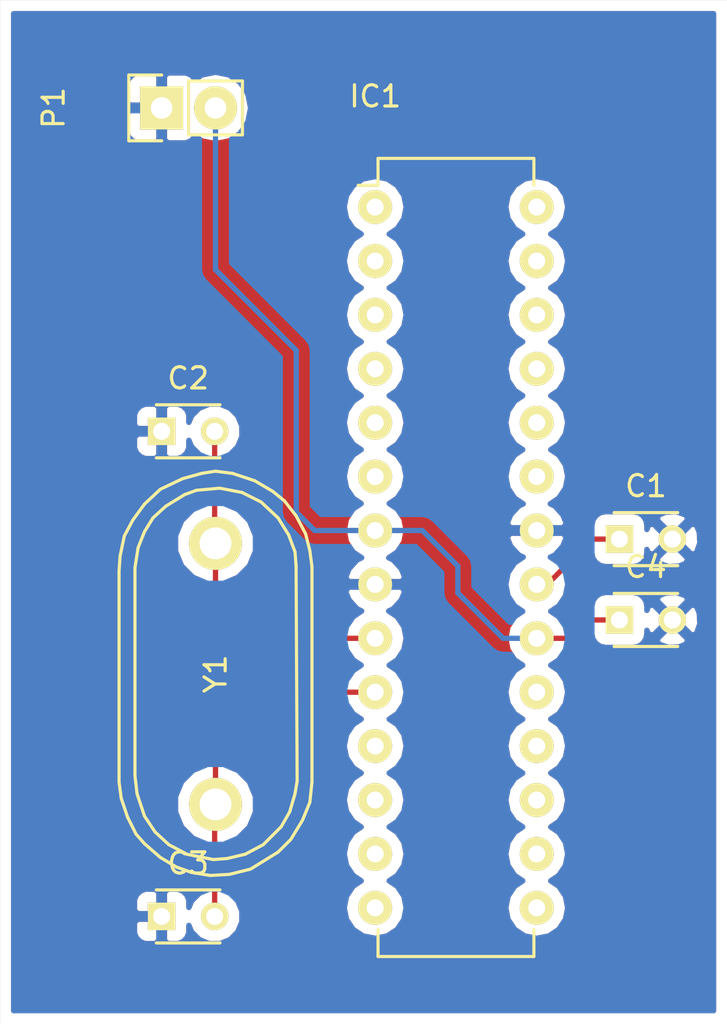
<source format=kicad_pcb>
(kicad_pcb (version 4) (host pcbnew 4.0.4-stable)

  (general
    (links 14)
    (no_connects 0)
    (area 0 0 0 0)
    (thickness 1.6)
    (drawings 4)
    (tracks 26)
    (zones 0)
    (modules 7)
    (nets 27)
  )

  (page A4)
  (layers
    (0 F.Cu signal hide)
    (31 B.Cu signal)
    (32 B.Adhes user)
    (33 F.Adhes user)
    (34 B.Paste user)
    (35 F.Paste user)
    (36 B.SilkS user)
    (37 F.SilkS user)
    (38 B.Mask user)
    (39 F.Mask user)
    (40 Dwgs.User user)
    (41 Cmts.User user)
    (42 Eco1.User user)
    (43 Eco2.User user)
    (44 Edge.Cuts user)
    (45 Margin user)
    (46 B.CrtYd user)
    (47 F.CrtYd user)
    (48 B.Fab user)
    (49 F.Fab user)
  )

  (setup
    (last_trace_width 0.25)
    (trace_clearance 0.2)
    (zone_clearance 0.508)
    (zone_45_only no)
    (trace_min 0.2)
    (segment_width 0.2)
    (edge_width 0.01)
    (via_size 0.6)
    (via_drill 0.4)
    (via_min_size 0.4)
    (via_min_drill 0.3)
    (uvia_size 0.3)
    (uvia_drill 0.1)
    (uvias_allowed no)
    (uvia_min_size 0.2)
    (uvia_min_drill 0.1)
    (pcb_text_width 0.3)
    (pcb_text_size 1.5 1.5)
    (mod_edge_width 0.15)
    (mod_text_size 1 1)
    (mod_text_width 0.15)
    (pad_size 1.524 1.524)
    (pad_drill 0.762)
    (pad_to_mask_clearance 0.2)
    (aux_axis_origin 0 0)
    (visible_elements FFFFFF7F)
    (pcbplotparams
      (layerselection 0x00030_80000001)
      (usegerberextensions false)
      (excludeedgelayer true)
      (linewidth 0.100000)
      (plotframeref false)
      (viasonmask false)
      (mode 1)
      (useauxorigin false)
      (hpglpennumber 1)
      (hpglpenspeed 20)
      (hpglpendiameter 15)
      (hpglpenoverlay 2)
      (psnegative false)
      (psa4output false)
      (plotreference true)
      (plotvalue true)
      (plotinvisibletext false)
      (padsonsilk false)
      (subtractmaskfromsilk false)
      (outputformat 1)
      (mirror false)
      (drillshape 1)
      (scaleselection 1)
      (outputdirectory ""))
  )

  (net 0 "")
  (net 1 "Net-(C1-Pad1)")
  (net 2 GND)
  (net 3 "Net-(C2-Pad2)")
  (net 4 "Net-(C3-Pad2)")
  (net 5 +5V)
  (net 6 "Net-(IC1-Pad1)")
  (net 7 "Net-(IC1-Pad2)")
  (net 8 "Net-(IC1-Pad3)")
  (net 9 "Net-(IC1-Pad4)")
  (net 10 "Net-(IC1-Pad5)")
  (net 11 "Net-(IC1-Pad6)")
  (net 12 "Net-(IC1-Pad11)")
  (net 13 "Net-(IC1-Pad12)")
  (net 14 "Net-(IC1-Pad13)")
  (net 15 "Net-(IC1-Pad14)")
  (net 16 "Net-(IC1-Pad15)")
  (net 17 "Net-(IC1-Pad16)")
  (net 18 "Net-(IC1-Pad17)")
  (net 19 "Net-(IC1-Pad18)")
  (net 20 "Net-(IC1-Pad19)")
  (net 21 "Net-(IC1-Pad23)")
  (net 22 "Net-(IC1-Pad24)")
  (net 23 "Net-(IC1-Pad25)")
  (net 24 "Net-(IC1-Pad26)")
  (net 25 "Net-(IC1-Pad27)")
  (net 26 "Net-(IC1-Pad28)")

  (net_class Default "This is the default net class."
    (clearance 0.2)
    (trace_width 0.25)
    (via_dia 0.6)
    (via_drill 0.4)
    (uvia_dia 0.3)
    (uvia_drill 0.1)
    (add_net +5V)
    (add_net GND)
    (add_net "Net-(C1-Pad1)")
    (add_net "Net-(C2-Pad2)")
    (add_net "Net-(C3-Pad2)")
    (add_net "Net-(IC1-Pad1)")
    (add_net "Net-(IC1-Pad11)")
    (add_net "Net-(IC1-Pad12)")
    (add_net "Net-(IC1-Pad13)")
    (add_net "Net-(IC1-Pad14)")
    (add_net "Net-(IC1-Pad15)")
    (add_net "Net-(IC1-Pad16)")
    (add_net "Net-(IC1-Pad17)")
    (add_net "Net-(IC1-Pad18)")
    (add_net "Net-(IC1-Pad19)")
    (add_net "Net-(IC1-Pad2)")
    (add_net "Net-(IC1-Pad23)")
    (add_net "Net-(IC1-Pad24)")
    (add_net "Net-(IC1-Pad25)")
    (add_net "Net-(IC1-Pad26)")
    (add_net "Net-(IC1-Pad27)")
    (add_net "Net-(IC1-Pad28)")
    (add_net "Net-(IC1-Pad3)")
    (add_net "Net-(IC1-Pad4)")
    (add_net "Net-(IC1-Pad5)")
    (add_net "Net-(IC1-Pad6)")
  )

  (module Capacitors_ThroughHole:C_Disc_D3_P2.5 (layer F.Cu) (tedit 0) (tstamp 57FEB0A9)
    (at 187.96 104.14)
    (descr "Capacitor 3mm Disc, Pitch 2.5mm")
    (tags Capacitor)
    (path /57FEAB19)
    (fp_text reference C1 (at 1.25 -2.5) (layer F.SilkS)
      (effects (font (size 1 1) (thickness 0.15)))
    )
    (fp_text value 100n (at 1.25 2.5) (layer F.Fab)
      (effects (font (size 1 1) (thickness 0.15)))
    )
    (fp_line (start -0.9 -1.5) (end 3.4 -1.5) (layer F.CrtYd) (width 0.05))
    (fp_line (start 3.4 -1.5) (end 3.4 1.5) (layer F.CrtYd) (width 0.05))
    (fp_line (start 3.4 1.5) (end -0.9 1.5) (layer F.CrtYd) (width 0.05))
    (fp_line (start -0.9 1.5) (end -0.9 -1.5) (layer F.CrtYd) (width 0.05))
    (fp_line (start -0.25 -1.25) (end 2.75 -1.25) (layer F.SilkS) (width 0.15))
    (fp_line (start 2.75 1.25) (end -0.25 1.25) (layer F.SilkS) (width 0.15))
    (pad 1 thru_hole rect (at 0 0) (size 1.3 1.3) (drill 0.8) (layers *.Cu *.Mask F.SilkS)
      (net 1 "Net-(C1-Pad1)"))
    (pad 2 thru_hole circle (at 2.5 0) (size 1.3 1.3) (drill 0.8001) (layers *.Cu *.Mask F.SilkS)
      (net 2 GND))
    (model Capacitors_ThroughHole.3dshapes/C_Disc_D3_P2.5.wrl
      (at (xyz 0.0492126 0 0))
      (scale (xyz 1 1 1))
      (rotate (xyz 0 0 0))
    )
  )

  (module Capacitors_ThroughHole:C_Disc_D3_P2.5 (layer F.Cu) (tedit 0) (tstamp 57FEB0AF)
    (at 166.37 99.06)
    (descr "Capacitor 3mm Disc, Pitch 2.5mm")
    (tags Capacitor)
    (path /57FEA672)
    (fp_text reference C2 (at 1.25 -2.5) (layer F.SilkS)
      (effects (font (size 1 1) (thickness 0.15)))
    )
    (fp_text value 22p (at 1.25 2.5) (layer F.Fab)
      (effects (font (size 1 1) (thickness 0.15)))
    )
    (fp_line (start -0.9 -1.5) (end 3.4 -1.5) (layer F.CrtYd) (width 0.05))
    (fp_line (start 3.4 -1.5) (end 3.4 1.5) (layer F.CrtYd) (width 0.05))
    (fp_line (start 3.4 1.5) (end -0.9 1.5) (layer F.CrtYd) (width 0.05))
    (fp_line (start -0.9 1.5) (end -0.9 -1.5) (layer F.CrtYd) (width 0.05))
    (fp_line (start -0.25 -1.25) (end 2.75 -1.25) (layer F.SilkS) (width 0.15))
    (fp_line (start 2.75 1.25) (end -0.25 1.25) (layer F.SilkS) (width 0.15))
    (pad 1 thru_hole rect (at 0 0) (size 1.3 1.3) (drill 0.8) (layers *.Cu *.Mask F.SilkS)
      (net 2 GND))
    (pad 2 thru_hole circle (at 2.5 0) (size 1.3 1.3) (drill 0.8001) (layers *.Cu *.Mask F.SilkS)
      (net 3 "Net-(C2-Pad2)"))
    (model Capacitors_ThroughHole.3dshapes/C_Disc_D3_P2.5.wrl
      (at (xyz 0.0492126 0 0))
      (scale (xyz 1 1 1))
      (rotate (xyz 0 0 0))
    )
  )

  (module Capacitors_ThroughHole:C_Disc_D3_P2.5 (layer F.Cu) (tedit 0) (tstamp 57FEB0B5)
    (at 166.37 121.92)
    (descr "Capacitor 3mm Disc, Pitch 2.5mm")
    (tags Capacitor)
    (path /57FEA6F9)
    (fp_text reference C3 (at 1.25 -2.5) (layer F.SilkS)
      (effects (font (size 1 1) (thickness 0.15)))
    )
    (fp_text value 22p (at 1.25 2.5) (layer F.Fab)
      (effects (font (size 1 1) (thickness 0.15)))
    )
    (fp_line (start -0.9 -1.5) (end 3.4 -1.5) (layer F.CrtYd) (width 0.05))
    (fp_line (start 3.4 -1.5) (end 3.4 1.5) (layer F.CrtYd) (width 0.05))
    (fp_line (start 3.4 1.5) (end -0.9 1.5) (layer F.CrtYd) (width 0.05))
    (fp_line (start -0.9 1.5) (end -0.9 -1.5) (layer F.CrtYd) (width 0.05))
    (fp_line (start -0.25 -1.25) (end 2.75 -1.25) (layer F.SilkS) (width 0.15))
    (fp_line (start 2.75 1.25) (end -0.25 1.25) (layer F.SilkS) (width 0.15))
    (pad 1 thru_hole rect (at 0 0) (size 1.3 1.3) (drill 0.8) (layers *.Cu *.Mask F.SilkS)
      (net 2 GND))
    (pad 2 thru_hole circle (at 2.5 0) (size 1.3 1.3) (drill 0.8001) (layers *.Cu *.Mask F.SilkS)
      (net 4 "Net-(C3-Pad2)"))
    (model Capacitors_ThroughHole.3dshapes/C_Disc_D3_P2.5.wrl
      (at (xyz 0.0492126 0 0))
      (scale (xyz 1 1 1))
      (rotate (xyz 0 0 0))
    )
  )

  (module Capacitors_ThroughHole:C_Disc_D3_P2.5 (layer F.Cu) (tedit 0) (tstamp 57FEB0BB)
    (at 187.96 107.95)
    (descr "Capacitor 3mm Disc, Pitch 2.5mm")
    (tags Capacitor)
    (path /57FEB0FA)
    (fp_text reference C4 (at 1.25 -2.5) (layer F.SilkS)
      (effects (font (size 1 1) (thickness 0.15)))
    )
    (fp_text value 100n (at 1.25 2.5) (layer F.Fab)
      (effects (font (size 1 1) (thickness 0.15)))
    )
    (fp_line (start -0.9 -1.5) (end 3.4 -1.5) (layer F.CrtYd) (width 0.05))
    (fp_line (start 3.4 -1.5) (end 3.4 1.5) (layer F.CrtYd) (width 0.05))
    (fp_line (start 3.4 1.5) (end -0.9 1.5) (layer F.CrtYd) (width 0.05))
    (fp_line (start -0.9 1.5) (end -0.9 -1.5) (layer F.CrtYd) (width 0.05))
    (fp_line (start -0.25 -1.25) (end 2.75 -1.25) (layer F.SilkS) (width 0.15))
    (fp_line (start 2.75 1.25) (end -0.25 1.25) (layer F.SilkS) (width 0.15))
    (pad 1 thru_hole rect (at 0 0) (size 1.3 1.3) (drill 0.8) (layers *.Cu *.Mask F.SilkS)
      (net 5 +5V))
    (pad 2 thru_hole circle (at 2.5 0) (size 1.3 1.3) (drill 0.8001) (layers *.Cu *.Mask F.SilkS)
      (net 2 GND))
    (model Capacitors_ThroughHole.3dshapes/C_Disc_D3_P2.5.wrl
      (at (xyz 0.0492126 0 0))
      (scale (xyz 1 1 1))
      (rotate (xyz 0 0 0))
    )
  )

  (module Housings_DIP:DIP-28_W7.62mm (layer F.Cu) (tedit 54130A77) (tstamp 57FEB0DB)
    (at 176.4411 88.4936)
    (descr "28-lead dip package, row spacing 7.62 mm (300 mils)")
    (tags "dil dip 2.54 300")
    (path /57FEA3E5)
    (fp_text reference IC1 (at 0 -5.22) (layer F.SilkS)
      (effects (font (size 1 1) (thickness 0.15)))
    )
    (fp_text value ATMEGA328P-P (at 0 -3.72) (layer F.Fab)
      (effects (font (size 1 1) (thickness 0.15)))
    )
    (fp_line (start -1.05 -2.45) (end -1.05 35.5) (layer F.CrtYd) (width 0.05))
    (fp_line (start 8.65 -2.45) (end 8.65 35.5) (layer F.CrtYd) (width 0.05))
    (fp_line (start -1.05 -2.45) (end 8.65 -2.45) (layer F.CrtYd) (width 0.05))
    (fp_line (start -1.05 35.5) (end 8.65 35.5) (layer F.CrtYd) (width 0.05))
    (fp_line (start 0.135 -2.295) (end 0.135 -1.025) (layer F.SilkS) (width 0.15))
    (fp_line (start 7.485 -2.295) (end 7.485 -1.025) (layer F.SilkS) (width 0.15))
    (fp_line (start 7.485 35.315) (end 7.485 34.045) (layer F.SilkS) (width 0.15))
    (fp_line (start 0.135 35.315) (end 0.135 34.045) (layer F.SilkS) (width 0.15))
    (fp_line (start 0.135 -2.295) (end 7.485 -2.295) (layer F.SilkS) (width 0.15))
    (fp_line (start 0.135 35.315) (end 7.485 35.315) (layer F.SilkS) (width 0.15))
    (fp_line (start 0.135 -1.025) (end -0.8 -1.025) (layer F.SilkS) (width 0.15))
    (pad 1 thru_hole oval (at 0 0) (size 1.6 1.6) (drill 0.8) (layers *.Cu *.Mask F.SilkS)
      (net 6 "Net-(IC1-Pad1)"))
    (pad 2 thru_hole oval (at 0 2.54) (size 1.6 1.6) (drill 0.8) (layers *.Cu *.Mask F.SilkS)
      (net 7 "Net-(IC1-Pad2)"))
    (pad 3 thru_hole oval (at 0 5.08) (size 1.6 1.6) (drill 0.8) (layers *.Cu *.Mask F.SilkS)
      (net 8 "Net-(IC1-Pad3)"))
    (pad 4 thru_hole oval (at 0 7.62) (size 1.6 1.6) (drill 0.8) (layers *.Cu *.Mask F.SilkS)
      (net 9 "Net-(IC1-Pad4)"))
    (pad 5 thru_hole oval (at 0 10.16) (size 1.6 1.6) (drill 0.8) (layers *.Cu *.Mask F.SilkS)
      (net 10 "Net-(IC1-Pad5)"))
    (pad 6 thru_hole oval (at 0 12.7) (size 1.6 1.6) (drill 0.8) (layers *.Cu *.Mask F.SilkS)
      (net 11 "Net-(IC1-Pad6)"))
    (pad 7 thru_hole oval (at 0 15.24) (size 1.6 1.6) (drill 0.8) (layers *.Cu *.Mask F.SilkS)
      (net 5 +5V))
    (pad 8 thru_hole oval (at 0 17.78) (size 1.6 1.6) (drill 0.8) (layers *.Cu *.Mask F.SilkS)
      (net 2 GND))
    (pad 9 thru_hole oval (at 0 20.32) (size 1.6 1.6) (drill 0.8) (layers *.Cu *.Mask F.SilkS)
      (net 3 "Net-(C2-Pad2)"))
    (pad 10 thru_hole oval (at 0 22.86) (size 1.6 1.6) (drill 0.8) (layers *.Cu *.Mask F.SilkS)
      (net 4 "Net-(C3-Pad2)"))
    (pad 11 thru_hole oval (at 0 25.4) (size 1.6 1.6) (drill 0.8) (layers *.Cu *.Mask F.SilkS)
      (net 12 "Net-(IC1-Pad11)"))
    (pad 12 thru_hole oval (at 0 27.94) (size 1.6 1.6) (drill 0.8) (layers *.Cu *.Mask F.SilkS)
      (net 13 "Net-(IC1-Pad12)"))
    (pad 13 thru_hole oval (at 0 30.48) (size 1.6 1.6) (drill 0.8) (layers *.Cu *.Mask F.SilkS)
      (net 14 "Net-(IC1-Pad13)"))
    (pad 14 thru_hole oval (at 0 33.02) (size 1.6 1.6) (drill 0.8) (layers *.Cu *.Mask F.SilkS)
      (net 15 "Net-(IC1-Pad14)"))
    (pad 15 thru_hole oval (at 7.62 33.02) (size 1.6 1.6) (drill 0.8) (layers *.Cu *.Mask F.SilkS)
      (net 16 "Net-(IC1-Pad15)"))
    (pad 16 thru_hole oval (at 7.62 30.48) (size 1.6 1.6) (drill 0.8) (layers *.Cu *.Mask F.SilkS)
      (net 17 "Net-(IC1-Pad16)"))
    (pad 17 thru_hole oval (at 7.62 27.94) (size 1.6 1.6) (drill 0.8) (layers *.Cu *.Mask F.SilkS)
      (net 18 "Net-(IC1-Pad17)"))
    (pad 18 thru_hole oval (at 7.62 25.4) (size 1.6 1.6) (drill 0.8) (layers *.Cu *.Mask F.SilkS)
      (net 19 "Net-(IC1-Pad18)"))
    (pad 19 thru_hole oval (at 7.62 22.86) (size 1.6 1.6) (drill 0.8) (layers *.Cu *.Mask F.SilkS)
      (net 20 "Net-(IC1-Pad19)"))
    (pad 20 thru_hole oval (at 7.62 20.32) (size 1.6 1.6) (drill 0.8) (layers *.Cu *.Mask F.SilkS)
      (net 5 +5V))
    (pad 21 thru_hole oval (at 7.62 17.78) (size 1.6 1.6) (drill 0.8) (layers *.Cu *.Mask F.SilkS)
      (net 1 "Net-(C1-Pad1)"))
    (pad 22 thru_hole oval (at 7.62 15.24) (size 1.6 1.6) (drill 0.8) (layers *.Cu *.Mask F.SilkS)
      (net 2 GND))
    (pad 23 thru_hole oval (at 7.62 12.7) (size 1.6 1.6) (drill 0.8) (layers *.Cu *.Mask F.SilkS)
      (net 21 "Net-(IC1-Pad23)"))
    (pad 24 thru_hole oval (at 7.62 10.16) (size 1.6 1.6) (drill 0.8) (layers *.Cu *.Mask F.SilkS)
      (net 22 "Net-(IC1-Pad24)"))
    (pad 25 thru_hole oval (at 7.62 7.62) (size 1.6 1.6) (drill 0.8) (layers *.Cu *.Mask F.SilkS)
      (net 23 "Net-(IC1-Pad25)"))
    (pad 26 thru_hole oval (at 7.62 5.08) (size 1.6 1.6) (drill 0.8) (layers *.Cu *.Mask F.SilkS)
      (net 24 "Net-(IC1-Pad26)"))
    (pad 27 thru_hole oval (at 7.62 2.54) (size 1.6 1.6) (drill 0.8) (layers *.Cu *.Mask F.SilkS)
      (net 25 "Net-(IC1-Pad27)"))
    (pad 28 thru_hole oval (at 7.62 0) (size 1.6 1.6) (drill 0.8) (layers *.Cu *.Mask F.SilkS)
      (net 26 "Net-(IC1-Pad28)"))
    (model Housings_DIP.3dshapes/DIP-28_W7.62mm.wrl
      (at (xyz 0 0 0))
      (scale (xyz 1 1 1))
      (rotate (xyz 0 0 0))
    )
  )

  (module Pin_Headers:Pin_Header_Straight_1x02 (layer F.Cu) (tedit 54EA090C) (tstamp 57FEB0E1)
    (at 166.37 83.82 90)
    (descr "Through hole pin header")
    (tags "pin header")
    (path /57FEAEE5)
    (fp_text reference P1 (at 0 -5.1 90) (layer F.SilkS)
      (effects (font (size 1 1) (thickness 0.15)))
    )
    (fp_text value CONN_01X02 (at 0 -3.1 90) (layer F.Fab)
      (effects (font (size 1 1) (thickness 0.15)))
    )
    (fp_line (start 1.27 1.27) (end 1.27 3.81) (layer F.SilkS) (width 0.15))
    (fp_line (start 1.55 -1.55) (end 1.55 0) (layer F.SilkS) (width 0.15))
    (fp_line (start -1.75 -1.75) (end -1.75 4.3) (layer F.CrtYd) (width 0.05))
    (fp_line (start 1.75 -1.75) (end 1.75 4.3) (layer F.CrtYd) (width 0.05))
    (fp_line (start -1.75 -1.75) (end 1.75 -1.75) (layer F.CrtYd) (width 0.05))
    (fp_line (start -1.75 4.3) (end 1.75 4.3) (layer F.CrtYd) (width 0.05))
    (fp_line (start 1.27 1.27) (end -1.27 1.27) (layer F.SilkS) (width 0.15))
    (fp_line (start -1.55 0) (end -1.55 -1.55) (layer F.SilkS) (width 0.15))
    (fp_line (start -1.55 -1.55) (end 1.55 -1.55) (layer F.SilkS) (width 0.15))
    (fp_line (start -1.27 1.27) (end -1.27 3.81) (layer F.SilkS) (width 0.15))
    (fp_line (start -1.27 3.81) (end 1.27 3.81) (layer F.SilkS) (width 0.15))
    (pad 1 thru_hole rect (at 0 0 90) (size 2.032 2.032) (drill 1.016) (layers *.Cu *.Mask F.SilkS)
      (net 2 GND))
    (pad 2 thru_hole oval (at 0 2.54 90) (size 2.032 2.032) (drill 1.016) (layers *.Cu *.Mask F.SilkS)
      (net 5 +5V))
    (model Pin_Headers.3dshapes/Pin_Header_Straight_1x02.wrl
      (at (xyz 0 -0.05 0))
      (scale (xyz 1 1 1))
      (rotate (xyz 0 0 90))
    )
  )

  (module Crystals:Crystal_HC48-U_Vertical (layer F.Cu) (tedit 0) (tstamp 57FEB0E7)
    (at 168.91 110.49 270)
    (descr "Crystal Quarz HC48/U vertical stehend")
    (tags "Crystal Quarz HC48/U vertical stehend")
    (path /57FEA60E)
    (fp_text reference Y1 (at 0 0 270) (layer F.SilkS)
      (effects (font (size 1 1) (thickness 0.15)))
    )
    (fp_text value 16MHz (at 0 6.35 270) (layer F.Fab)
      (effects (font (size 1 1) (thickness 0.15)))
    )
    (fp_line (start -5.15112 -3.79984) (end 5.04952 -3.85064) (layer F.SilkS) (width 0.15))
    (fp_line (start 5.04952 -3.85064) (end 5.64896 -3.74904) (layer F.SilkS) (width 0.15))
    (fp_line (start 5.64896 -3.74904) (end 6.49986 -3.50012) (layer F.SilkS) (width 0.15))
    (fp_line (start 6.49986 -3.50012) (end 7.2009 -3.0988) (layer F.SilkS) (width 0.15))
    (fp_line (start 7.2009 -3.0988) (end 8.04926 -2.25044) (layer F.SilkS) (width 0.15))
    (fp_line (start 8.04926 -2.25044) (end 8.49884 -1.39954) (layer F.SilkS) (width 0.15))
    (fp_line (start 8.49884 -1.39954) (end 8.6995 -0.55118) (layer F.SilkS) (width 0.15))
    (fp_line (start 8.6995 -0.55118) (end 8.7503 0.09906) (layer F.SilkS) (width 0.15))
    (fp_line (start 8.7503 0.09906) (end 8.49884 1.34874) (layer F.SilkS) (width 0.15))
    (fp_line (start 8.49884 1.34874) (end 8.04926 2.19964) (layer F.SilkS) (width 0.15))
    (fp_line (start 8.04926 2.19964) (end 7.44982 2.84988) (layer F.SilkS) (width 0.15))
    (fp_line (start 7.44982 2.84988) (end 6.70052 3.35026) (layer F.SilkS) (width 0.15))
    (fp_line (start 6.70052 3.35026) (end 5.64896 3.70078) (layer F.SilkS) (width 0.15))
    (fp_line (start 5.64896 3.70078) (end 4.8006 3.79984) (layer F.SilkS) (width 0.15))
    (fp_line (start 4.8006 3.79984) (end -5.00126 3.79984) (layer F.SilkS) (width 0.15))
    (fp_line (start -5.00126 3.79984) (end -5.95122 3.64998) (layer F.SilkS) (width 0.15))
    (fp_line (start -5.95122 3.64998) (end -6.70052 3.35026) (layer F.SilkS) (width 0.15))
    (fp_line (start -6.70052 3.35026) (end -7.35076 2.94894) (layer F.SilkS) (width 0.15))
    (fp_line (start -7.35076 2.94894) (end -7.8994 2.3495) (layer F.SilkS) (width 0.15))
    (fp_line (start -7.8994 2.3495) (end -8.45058 1.45034) (layer F.SilkS) (width 0.15))
    (fp_line (start -8.45058 1.45034) (end -8.65124 0.89916) (layer F.SilkS) (width 0.15))
    (fp_line (start -8.65124 0.89916) (end -8.7503 -0.20066) (layer F.SilkS) (width 0.15))
    (fp_line (start -8.7503 -0.20066) (end -8.54964 -1.24968) (layer F.SilkS) (width 0.15))
    (fp_line (start -8.54964 -1.24968) (end -8.10006 -2.14884) (layer F.SilkS) (width 0.15))
    (fp_line (start -8.10006 -2.14884) (end -7.35076 -2.94894) (layer F.SilkS) (width 0.15))
    (fp_line (start -7.35076 -2.94894) (end -6.55066 -3.44932) (layer F.SilkS) (width 0.15))
    (fp_line (start -6.55066 -3.44932) (end -5.75056 -3.74904) (layer F.SilkS) (width 0.15))
    (fp_line (start -5.75056 -3.74904) (end -5.10032 -3.79984) (layer F.SilkS) (width 0.15))
    (fp_line (start 5.10032 4.54914) (end -4.84886 4.54914) (layer F.SilkS) (width 0.15))
    (fp_line (start -4.84886 4.54914) (end -5.5499 4.50088) (layer F.SilkS) (width 0.15))
    (fp_line (start -5.5499 4.50088) (end -6.49986 4.30022) (layer F.SilkS) (width 0.15))
    (fp_line (start -6.49986 4.30022) (end -7.24916 3.8989) (layer F.SilkS) (width 0.15))
    (fp_line (start -7.24916 3.8989) (end -8.001 3.35026) (layer F.SilkS) (width 0.15))
    (fp_line (start -8.001 3.35026) (end -8.6995 2.60096) (layer F.SilkS) (width 0.15))
    (fp_line (start -8.6995 2.60096) (end -9.19988 1.5494) (layer F.SilkS) (width 0.15))
    (fp_line (start -9.19988 1.5494) (end -9.4488 0.65024) (layer F.SilkS) (width 0.15))
    (fp_line (start -9.4488 0.65024) (end -9.5504 0) (layer F.SilkS) (width 0.15))
    (fp_line (start -9.5504 0) (end -9.4488 -0.8001) (layer F.SilkS) (width 0.15))
    (fp_line (start -9.4488 -0.8001) (end -9.10082 -1.84912) (layer F.SilkS) (width 0.15))
    (fp_line (start -9.10082 -1.84912) (end -8.60044 -2.70002) (layer F.SilkS) (width 0.15))
    (fp_line (start -8.60044 -2.70002) (end -8.15086 -3.2512) (layer F.SilkS) (width 0.15))
    (fp_line (start -8.15086 -3.2512) (end -7.44982 -3.79984) (layer F.SilkS) (width 0.15))
    (fp_line (start -7.44982 -3.79984) (end -6.59892 -4.24942) (layer F.SilkS) (width 0.15))
    (fp_line (start -6.59892 -4.24942) (end -5.79882 -4.45008) (layer F.SilkS) (width 0.15))
    (fp_line (start -5.79882 -4.45008) (end -5.04952 -4.54914) (layer F.SilkS) (width 0.15))
    (fp_line (start -5.04952 -4.54914) (end 5.10032 -4.54914) (layer F.SilkS) (width 0.15))
    (fp_line (start 5.10032 -4.54914) (end 6.05028 -4.45008) (layer F.SilkS) (width 0.15))
    (fp_line (start 6.05028 -4.45008) (end 6.90118 -4.09956) (layer F.SilkS) (width 0.15))
    (fp_line (start 6.90118 -4.09956) (end 7.80034 -3.55092) (layer F.SilkS) (width 0.15))
    (fp_line (start 7.80034 -3.55092) (end 8.39978 -2.94894) (layer F.SilkS) (width 0.15))
    (fp_line (start 8.39978 -2.94894) (end 9.19988 -1.651) (layer F.SilkS) (width 0.15))
    (fp_line (start 9.19988 -1.651) (end 9.4488 -0.65024) (layer F.SilkS) (width 0.15))
    (fp_line (start 9.4488 -0.65024) (end 9.4996 0.24892) (layer F.SilkS) (width 0.15))
    (fp_line (start 9.4996 0.24892) (end 9.34974 1.15062) (layer F.SilkS) (width 0.15))
    (fp_line (start 9.34974 1.15062) (end 9.10082 1.84912) (layer F.SilkS) (width 0.15))
    (fp_line (start 9.10082 1.84912) (end 8.65124 2.60096) (layer F.SilkS) (width 0.15))
    (fp_line (start 8.65124 2.60096) (end 8.001 3.35026) (layer F.SilkS) (width 0.15))
    (fp_line (start 8.001 3.35026) (end 7.54888 3.74904) (layer F.SilkS) (width 0.15))
    (fp_line (start 7.54888 3.74904) (end 6.74878 4.15036) (layer F.SilkS) (width 0.15))
    (fp_line (start 6.74878 4.15036) (end 5.84962 4.45008) (layer F.SilkS) (width 0.15))
    (fp_line (start 5.84962 4.45008) (end 5.10032 4.54914) (layer F.SilkS) (width 0.15))
    (pad 1 thru_hole circle (at -6.14934 0 270) (size 2.49936 2.49936) (drill 1.50114) (layers *.Cu *.Mask F.SilkS)
      (net 3 "Net-(C2-Pad2)"))
    (pad 2 thru_hole circle (at 6.14934 0 270) (size 2.49936 2.49936) (drill 1.50114) (layers *.Cu *.Mask F.SilkS)
      (net 4 "Net-(C3-Pad2)"))
  )

  (gr_line (start 158.75 127) (end 158.75 78.74) (angle 90) (layer Edge.Cuts) (width 0.01))
  (gr_line (start 193.04 127) (end 158.75 127) (angle 90) (layer Edge.Cuts) (width 0.01))
  (gr_line (start 193.04 78.74) (end 193.04 127) (angle 90) (layer Edge.Cuts) (width 0.01))
  (gr_line (start 158.75 78.74) (end 193.04 78.74) (angle 90) (layer Edge.Cuts) (width 0.01))

  (segment (start 184.0611 106.2736) (end 184.5564 106.2736) (width 0.25) (layer F.Cu) (net 1))
  (segment (start 184.5564 106.2736) (end 186.69 104.14) (width 0.25) (layer F.Cu) (net 1) (tstamp 57FEB1F1))
  (segment (start 186.69 104.14) (end 187.96 104.14) (width 0.25) (layer F.Cu) (net 1) (tstamp 57FEB1F4))
  (segment (start 168.87 99.06) (end 168.87 104.30066) (width 0.25) (layer F.Cu) (net 3))
  (segment (start 168.87 104.30066) (end 168.91 104.34066) (width 0.25) (layer F.Cu) (net 3) (tstamp 57FEB16A))
  (segment (start 168.91 104.34066) (end 168.91 106.68) (width 0.25) (layer F.Cu) (net 3))
  (segment (start 171.0436 108.8136) (end 176.4411 108.8136) (width 0.25) (layer F.Cu) (net 3) (tstamp 57FEB15F))
  (segment (start 168.91 106.68) (end 171.0436 108.8136) (width 0.25) (layer F.Cu) (net 3) (tstamp 57FEB15C))
  (segment (start 168.87 121.92) (end 168.87 116.67934) (width 0.25) (layer F.Cu) (net 4))
  (segment (start 168.87 116.67934) (end 168.91 116.63934) (width 0.25) (layer F.Cu) (net 4) (tstamp 57FEB16E))
  (segment (start 168.91 116.63934) (end 168.91 114.3) (width 0.25) (layer F.Cu) (net 4))
  (segment (start 171.8564 111.3536) (end 176.4411 111.3536) (width 0.25) (layer F.Cu) (net 4) (tstamp 57FEB166))
  (segment (start 168.91 114.3) (end 171.8564 111.3536) (width 0.25) (layer F.Cu) (net 4) (tstamp 57FEB163))
  (segment (start 176.4411 103.7336) (end 178.6636 103.7336) (width 0.25) (layer B.Cu) (net 5))
  (segment (start 182.4736 108.8136) (end 184.0611 108.8136) (width 0.25) (layer B.Cu) (net 5) (tstamp 57FEB24D))
  (segment (start 180.34 106.68) (end 182.4736 108.8136) (width 0.25) (layer B.Cu) (net 5) (tstamp 57FEB24B))
  (segment (start 180.34 105.41) (end 180.34 106.68) (width 0.25) (layer B.Cu) (net 5) (tstamp 57FEB248))
  (segment (start 178.6636 103.7336) (end 180.34 105.41) (width 0.25) (layer B.Cu) (net 5) (tstamp 57FEB247))
  (segment (start 184.0611 108.8136) (end 185.8264 108.8136) (width 0.25) (layer F.Cu) (net 5))
  (segment (start 185.8264 108.8136) (end 186.69 107.95) (width 0.25) (layer F.Cu) (net 5) (tstamp 57FEB1DB))
  (segment (start 186.69 107.95) (end 187.96 107.95) (width 0.25) (layer F.Cu) (net 5) (tstamp 57FEB1DF))
  (segment (start 168.91 83.82) (end 168.91 91.44) (width 0.25) (layer B.Cu) (net 5))
  (segment (start 173.5836 103.7336) (end 176.4411 103.7336) (width 0.25) (layer B.Cu) (net 5) (tstamp 57FEB1B7))
  (segment (start 172.72 102.87) (end 173.5836 103.7336) (width 0.25) (layer B.Cu) (net 5) (tstamp 57FEB1B0))
  (segment (start 172.72 95.25) (end 172.72 102.87) (width 0.25) (layer B.Cu) (net 5) (tstamp 57FEB1AC))
  (segment (start 168.91 91.44) (end 172.72 95.25) (width 0.25) (layer B.Cu) (net 5) (tstamp 57FEB1A7))

  (zone (net 2) (net_name GND) (layer F.Cu) (tstamp 57FEB361) (hatch edge 0.508)
    (connect_pads (clearance 0.508))
    (min_thickness 0.254)
    (fill yes (arc_segments 16) (thermal_gap 0.508) (thermal_bridge_width 0.508))
    (polygon
      (pts
        (xy 193.04 127) (xy 158.75 127) (xy 158.75 78.74) (xy 193.04 78.74)
      )
    )
    (filled_polygon
      (pts
        (xy 192.4 126.36) (xy 159.39 126.36) (xy 159.39 122.20575) (xy 165.085 122.20575) (xy 165.085 122.69631)
        (xy 165.181673 122.929699) (xy 165.360302 123.108327) (xy 165.593691 123.205) (xy 166.08425 123.205) (xy 166.243 123.04625)
        (xy 166.243 122.047) (xy 165.24375 122.047) (xy 165.085 122.20575) (xy 159.39 122.20575) (xy 159.39 121.14369)
        (xy 165.085 121.14369) (xy 165.085 121.63425) (xy 165.24375 121.793) (xy 166.243 121.793) (xy 166.243 120.79375)
        (xy 166.08425 120.635) (xy 165.593691 120.635) (xy 165.360302 120.731673) (xy 165.181673 120.910301) (xy 165.085 121.14369)
        (xy 159.39 121.14369) (xy 159.39 99.34575) (xy 165.085 99.34575) (xy 165.085 99.83631) (xy 165.181673 100.069699)
        (xy 165.360302 100.248327) (xy 165.593691 100.345) (xy 166.08425 100.345) (xy 166.243 100.18625) (xy 166.243 99.187)
        (xy 165.24375 99.187) (xy 165.085 99.34575) (xy 159.39 99.34575) (xy 159.39 98.28369) (xy 165.085 98.28369)
        (xy 165.085 98.77425) (xy 165.24375 98.933) (xy 166.243 98.933) (xy 166.243 97.93375) (xy 166.497 97.93375)
        (xy 166.497 98.933) (xy 166.517 98.933) (xy 166.517 99.187) (xy 166.497 99.187) (xy 166.497 100.18625)
        (xy 166.65575 100.345) (xy 167.146309 100.345) (xy 167.379698 100.248327) (xy 167.558327 100.069699) (xy 167.655 99.83631)
        (xy 167.655 99.484433) (xy 167.779995 99.786943) (xy 168.11 100.117525) (xy 168.11 102.631987) (xy 167.843809 102.741974)
        (xy 167.313178 103.271681) (xy 167.025648 103.964129) (xy 167.024994 104.713901) (xy 167.311314 105.406851) (xy 167.841021 105.937482)
        (xy 168.15 106.065781) (xy 168.15 106.68) (xy 168.207852 106.970839) (xy 168.372599 107.217401) (xy 170.506199 109.351001)
        (xy 170.752761 109.515748) (xy 171.0436 109.5736) (xy 175.228105 109.5736) (xy 175.398289 109.828298) (xy 175.780375 110.0836)
        (xy 175.398289 110.338902) (xy 175.228105 110.5936) (xy 171.8564 110.5936) (xy 171.565561 110.651452) (xy 171.318999 110.816199)
        (xy 168.372599 113.762599) (xy 168.207852 114.009161) (xy 168.15 114.3) (xy 168.15 114.914139) (xy 167.843809 115.040654)
        (xy 167.313178 115.570361) (xy 167.025648 116.262809) (xy 167.024994 117.012581) (xy 167.311314 117.705531) (xy 167.841021 118.236162)
        (xy 168.11 118.347852) (xy 168.11 120.862994) (xy 167.781265 121.191155) (xy 167.655 121.495235) (xy 167.655 121.14369)
        (xy 167.558327 120.910301) (xy 167.379698 120.731673) (xy 167.146309 120.635) (xy 166.65575 120.635) (xy 166.497 120.79375)
        (xy 166.497 121.793) (xy 166.517 121.793) (xy 166.517 122.047) (xy 166.497 122.047) (xy 166.497 123.04625)
        (xy 166.65575 123.205) (xy 167.146309 123.205) (xy 167.379698 123.108327) (xy 167.558327 122.929699) (xy 167.655 122.69631)
        (xy 167.655 122.344433) (xy 167.779995 122.646943) (xy 168.141155 123.008735) (xy 168.613276 123.204777) (xy 169.124481 123.205223)
        (xy 169.596943 123.010005) (xy 169.958735 122.648845) (xy 170.154777 122.176724) (xy 170.155223 121.665519) (xy 169.960005 121.193057)
        (xy 169.63 120.862475) (xy 169.63 118.381069) (xy 169.976191 118.238026) (xy 170.506822 117.708319) (xy 170.794352 117.015871)
        (xy 170.795006 116.266099) (xy 170.508686 115.573149) (xy 169.978979 115.042518) (xy 169.67 114.914219) (xy 169.67 114.614802)
        (xy 172.171202 112.1136) (xy 175.228105 112.1136) (xy 175.398289 112.368298) (xy 175.780375 112.6236) (xy 175.398289 112.878902)
        (xy 175.08722 113.344449) (xy 174.977987 113.8936) (xy 175.08722 114.442751) (xy 175.398289 114.908298) (xy 175.780375 115.1636)
        (xy 175.398289 115.418902) (xy 175.08722 115.884449) (xy 174.977987 116.4336) (xy 175.08722 116.982751) (xy 175.398289 117.448298)
        (xy 175.780375 117.7036) (xy 175.398289 117.958902) (xy 175.08722 118.424449) (xy 174.977987 118.9736) (xy 175.08722 119.522751)
        (xy 175.398289 119.988298) (xy 175.780375 120.2436) (xy 175.398289 120.498902) (xy 175.08722 120.964449) (xy 174.977987 121.5136)
        (xy 175.08722 122.062751) (xy 175.398289 122.528298) (xy 175.863836 122.839367) (xy 176.412987 122.9486) (xy 176.469213 122.9486)
        (xy 177.018364 122.839367) (xy 177.483911 122.528298) (xy 177.79498 122.062751) (xy 177.904213 121.5136) (xy 177.79498 120.964449)
        (xy 177.483911 120.498902) (xy 177.101825 120.2436) (xy 177.483911 119.988298) (xy 177.79498 119.522751) (xy 177.904213 118.9736)
        (xy 177.79498 118.424449) (xy 177.483911 117.958902) (xy 177.101825 117.7036) (xy 177.483911 117.448298) (xy 177.79498 116.982751)
        (xy 177.904213 116.4336) (xy 177.79498 115.884449) (xy 177.483911 115.418902) (xy 177.101825 115.1636) (xy 177.483911 114.908298)
        (xy 177.79498 114.442751) (xy 177.904213 113.8936) (xy 177.79498 113.344449) (xy 177.483911 112.878902) (xy 177.101825 112.6236)
        (xy 177.483911 112.368298) (xy 177.79498 111.902751) (xy 177.904213 111.3536) (xy 177.79498 110.804449) (xy 177.483911 110.338902)
        (xy 177.101825 110.0836) (xy 177.483911 109.828298) (xy 177.79498 109.362751) (xy 177.904213 108.8136) (xy 177.79498 108.264449)
        (xy 177.483911 107.798902) (xy 177.079397 107.528614) (xy 177.296234 107.425989) (xy 177.672141 107.011023) (xy 177.833004 106.622639)
        (xy 177.711015 106.4006) (xy 176.5681 106.4006) (xy 176.5681 106.4206) (xy 176.3141 106.4206) (xy 176.3141 106.4006)
        (xy 175.171185 106.4006) (xy 175.049196 106.622639) (xy 175.210059 107.011023) (xy 175.585966 107.425989) (xy 175.802803 107.528614)
        (xy 175.398289 107.798902) (xy 175.228105 108.0536) (xy 171.358402 108.0536) (xy 169.67 106.365198) (xy 169.67 106.2736)
        (xy 182.597987 106.2736) (xy 182.70722 106.822751) (xy 183.018289 107.288298) (xy 183.400375 107.5436) (xy 183.018289 107.798902)
        (xy 182.70722 108.264449) (xy 182.597987 108.8136) (xy 182.70722 109.362751) (xy 183.018289 109.828298) (xy 183.400375 110.0836)
        (xy 183.018289 110.338902) (xy 182.70722 110.804449) (xy 182.597987 111.3536) (xy 182.70722 111.902751) (xy 183.018289 112.368298)
        (xy 183.400375 112.6236) (xy 183.018289 112.878902) (xy 182.70722 113.344449) (xy 182.597987 113.8936) (xy 182.70722 114.442751)
        (xy 183.018289 114.908298) (xy 183.400375 115.1636) (xy 183.018289 115.418902) (xy 182.70722 115.884449) (xy 182.597987 116.4336)
        (xy 182.70722 116.982751) (xy 183.018289 117.448298) (xy 183.400375 117.7036) (xy 183.018289 117.958902) (xy 182.70722 118.424449)
        (xy 182.597987 118.9736) (xy 182.70722 119.522751) (xy 183.018289 119.988298) (xy 183.400375 120.2436) (xy 183.018289 120.498902)
        (xy 182.70722 120.964449) (xy 182.597987 121.5136) (xy 182.70722 122.062751) (xy 183.018289 122.528298) (xy 183.483836 122.839367)
        (xy 184.032987 122.9486) (xy 184.089213 122.9486) (xy 184.638364 122.839367) (xy 185.103911 122.528298) (xy 185.41498 122.062751)
        (xy 185.524213 121.5136) (xy 185.41498 120.964449) (xy 185.103911 120.498902) (xy 184.721825 120.2436) (xy 185.103911 119.988298)
        (xy 185.41498 119.522751) (xy 185.524213 118.9736) (xy 185.41498 118.424449) (xy 185.103911 117.958902) (xy 184.721825 117.7036)
        (xy 185.103911 117.448298) (xy 185.41498 116.982751) (xy 185.524213 116.4336) (xy 185.41498 115.884449) (xy 185.103911 115.418902)
        (xy 184.721825 115.1636) (xy 185.103911 114.908298) (xy 185.41498 114.442751) (xy 185.524213 113.8936) (xy 185.41498 113.344449)
        (xy 185.103911 112.878902) (xy 184.721825 112.6236) (xy 185.103911 112.368298) (xy 185.41498 111.902751) (xy 185.524213 111.3536)
        (xy 185.41498 110.804449) (xy 185.103911 110.338902) (xy 184.721825 110.0836) (xy 185.103911 109.828298) (xy 185.274095 109.5736)
        (xy 185.8264 109.5736) (xy 186.117239 109.515748) (xy 186.363801 109.351001) (xy 186.774436 108.940366) (xy 186.84591 109.051441)
        (xy 187.05811 109.196431) (xy 187.31 109.24744) (xy 188.61 109.24744) (xy 188.845317 109.203162) (xy 189.061441 109.06409)
        (xy 189.206431 108.85189) (xy 189.207012 108.849016) (xy 189.74059 108.849016) (xy 189.796271 109.079611) (xy 190.279078 109.247622)
        (xy 190.789428 109.218083) (xy 191.123729 109.079611) (xy 191.17941 108.849016) (xy 190.46 108.129605) (xy 189.74059 108.849016)
        (xy 189.207012 108.849016) (xy 189.25744 108.6) (xy 189.25744 108.437615) (xy 189.330389 108.613729) (xy 189.560984 108.66941)
        (xy 190.280395 107.95) (xy 190.639605 107.95) (xy 191.359016 108.66941) (xy 191.589611 108.613729) (xy 191.757622 108.130922)
        (xy 191.728083 107.620572) (xy 191.589611 107.286271) (xy 191.359016 107.23059) (xy 190.639605 107.95) (xy 190.280395 107.95)
        (xy 189.560984 107.23059) (xy 189.330389 107.286271) (xy 189.25744 107.495902) (xy 189.25744 107.3) (xy 189.213162 107.064683)
        (xy 189.204347 107.050984) (xy 189.74059 107.050984) (xy 190.46 107.770395) (xy 191.17941 107.050984) (xy 191.123729 106.820389)
        (xy 190.640922 106.652378) (xy 190.130572 106.681917) (xy 189.796271 106.820389) (xy 189.74059 107.050984) (xy 189.204347 107.050984)
        (xy 189.07409 106.848559) (xy 188.86189 106.703569) (xy 188.61 106.65256) (xy 187.31 106.65256) (xy 187.074683 106.696838)
        (xy 186.858559 106.83591) (xy 186.713569 107.04811) (xy 186.684619 107.19107) (xy 186.399161 107.247852) (xy 186.152599 107.412599)
        (xy 185.511598 108.0536) (xy 185.274095 108.0536) (xy 185.103911 107.798902) (xy 184.721825 107.5436) (xy 185.103911 107.288298)
        (xy 185.41498 106.822751) (xy 185.497647 106.407155) (xy 186.774436 105.130366) (xy 186.84591 105.241441) (xy 187.05811 105.386431)
        (xy 187.31 105.43744) (xy 188.61 105.43744) (xy 188.845317 105.393162) (xy 189.061441 105.25409) (xy 189.206431 105.04189)
        (xy 189.207012 105.039016) (xy 189.74059 105.039016) (xy 189.796271 105.269611) (xy 190.279078 105.437622) (xy 190.789428 105.408083)
        (xy 191.123729 105.269611) (xy 191.17941 105.039016) (xy 190.46 104.319605) (xy 189.74059 105.039016) (xy 189.207012 105.039016)
        (xy 189.25744 104.79) (xy 189.25744 104.627615) (xy 189.330389 104.803729) (xy 189.560984 104.85941) (xy 190.280395 104.14)
        (xy 190.639605 104.14) (xy 191.359016 104.85941) (xy 191.589611 104.803729) (xy 191.757622 104.320922) (xy 191.728083 103.810572)
        (xy 191.589611 103.476271) (xy 191.359016 103.42059) (xy 190.639605 104.14) (xy 190.280395 104.14) (xy 189.560984 103.42059)
        (xy 189.330389 103.476271) (xy 189.25744 103.685902) (xy 189.25744 103.49) (xy 189.213162 103.254683) (xy 189.204347 103.240984)
        (xy 189.74059 103.240984) (xy 190.46 103.960395) (xy 191.17941 103.240984) (xy 191.123729 103.010389) (xy 190.640922 102.842378)
        (xy 190.130572 102.871917) (xy 189.796271 103.010389) (xy 189.74059 103.240984) (xy 189.204347 103.240984) (xy 189.07409 103.038559)
        (xy 188.86189 102.893569) (xy 188.61 102.84256) (xy 187.31 102.84256) (xy 187.074683 102.886838) (xy 186.858559 103.02591)
        (xy 186.713569 103.23811) (xy 186.684619 103.38107) (xy 186.399161 103.437852) (xy 186.152599 103.602599) (xy 185.297773 104.457425)
        (xy 185.453004 104.082639) (xy 185.331015 103.8606) (xy 184.1881 103.8606) (xy 184.1881 103.8806) (xy 183.9341 103.8806)
        (xy 183.9341 103.8606) (xy 182.791185 103.8606) (xy 182.669196 104.082639) (xy 182.830059 104.471023) (xy 183.205966 104.885989)
        (xy 183.422803 104.988614) (xy 183.018289 105.258902) (xy 182.70722 105.724449) (xy 182.597987 106.2736) (xy 169.67 106.2736)
        (xy 169.67 106.065861) (xy 169.976191 105.939346) (xy 170.506822 105.409639) (xy 170.794352 104.717191) (xy 170.795006 103.967419)
        (xy 170.508686 103.274469) (xy 169.978979 102.743838) (xy 169.63 102.598929) (xy 169.63 100.117006) (xy 169.958735 99.788845)
        (xy 170.154777 99.316724) (xy 170.155223 98.805519) (xy 169.960005 98.333057) (xy 169.598845 97.971265) (xy 169.126724 97.775223)
        (xy 168.615519 97.774777) (xy 168.143057 97.969995) (xy 167.781265 98.331155) (xy 167.655 98.635235) (xy 167.655 98.28369)
        (xy 167.558327 98.050301) (xy 167.379698 97.871673) (xy 167.146309 97.775) (xy 166.65575 97.775) (xy 166.497 97.93375)
        (xy 166.243 97.93375) (xy 166.08425 97.775) (xy 165.593691 97.775) (xy 165.360302 97.871673) (xy 165.181673 98.050301)
        (xy 165.085 98.28369) (xy 159.39 98.28369) (xy 159.39 88.4936) (xy 174.977987 88.4936) (xy 175.08722 89.042751)
        (xy 175.398289 89.508298) (xy 175.780375 89.7636) (xy 175.398289 90.018902) (xy 175.08722 90.484449) (xy 174.977987 91.0336)
        (xy 175.08722 91.582751) (xy 175.398289 92.048298) (xy 175.780375 92.3036) (xy 175.398289 92.558902) (xy 175.08722 93.024449)
        (xy 174.977987 93.5736) (xy 175.08722 94.122751) (xy 175.398289 94.588298) (xy 175.780375 94.8436) (xy 175.398289 95.098902)
        (xy 175.08722 95.564449) (xy 174.977987 96.1136) (xy 175.08722 96.662751) (xy 175.398289 97.128298) (xy 175.780375 97.3836)
        (xy 175.398289 97.638902) (xy 175.08722 98.104449) (xy 174.977987 98.6536) (xy 175.08722 99.202751) (xy 175.398289 99.668298)
        (xy 175.780375 99.9236) (xy 175.398289 100.178902) (xy 175.08722 100.644449) (xy 174.977987 101.1936) (xy 175.08722 101.742751)
        (xy 175.398289 102.208298) (xy 175.780375 102.4636) (xy 175.398289 102.718902) (xy 175.08722 103.184449) (xy 174.977987 103.7336)
        (xy 175.08722 104.282751) (xy 175.398289 104.748298) (xy 175.802803 105.018586) (xy 175.585966 105.121211) (xy 175.210059 105.536177)
        (xy 175.049196 105.924561) (xy 175.171185 106.1466) (xy 176.3141 106.1466) (xy 176.3141 106.1266) (xy 176.5681 106.1266)
        (xy 176.5681 106.1466) (xy 177.711015 106.1466) (xy 177.833004 105.924561) (xy 177.672141 105.536177) (xy 177.296234 105.121211)
        (xy 177.079397 105.018586) (xy 177.483911 104.748298) (xy 177.79498 104.282751) (xy 177.904213 103.7336) (xy 177.79498 103.184449)
        (xy 177.483911 102.718902) (xy 177.101825 102.4636) (xy 177.483911 102.208298) (xy 177.79498 101.742751) (xy 177.904213 101.1936)
        (xy 177.79498 100.644449) (xy 177.483911 100.178902) (xy 177.101825 99.9236) (xy 177.483911 99.668298) (xy 177.79498 99.202751)
        (xy 177.904213 98.6536) (xy 177.79498 98.104449) (xy 177.483911 97.638902) (xy 177.101825 97.3836) (xy 177.483911 97.128298)
        (xy 177.79498 96.662751) (xy 177.904213 96.1136) (xy 177.79498 95.564449) (xy 177.483911 95.098902) (xy 177.101825 94.8436)
        (xy 177.483911 94.588298) (xy 177.79498 94.122751) (xy 177.904213 93.5736) (xy 177.79498 93.024449) (xy 177.483911 92.558902)
        (xy 177.101825 92.3036) (xy 177.483911 92.048298) (xy 177.79498 91.582751) (xy 177.904213 91.0336) (xy 177.79498 90.484449)
        (xy 177.483911 90.018902) (xy 177.101825 89.7636) (xy 177.483911 89.508298) (xy 177.79498 89.042751) (xy 177.904213 88.4936)
        (xy 182.597987 88.4936) (xy 182.70722 89.042751) (xy 183.018289 89.508298) (xy 183.400375 89.7636) (xy 183.018289 90.018902)
        (xy 182.70722 90.484449) (xy 182.597987 91.0336) (xy 182.70722 91.582751) (xy 183.018289 92.048298) (xy 183.400375 92.3036)
        (xy 183.018289 92.558902) (xy 182.70722 93.024449) (xy 182.597987 93.5736) (xy 182.70722 94.122751) (xy 183.018289 94.588298)
        (xy 183.400375 94.8436) (xy 183.018289 95.098902) (xy 182.70722 95.564449) (xy 182.597987 96.1136) (xy 182.70722 96.662751)
        (xy 183.018289 97.128298) (xy 183.400375 97.3836) (xy 183.018289 97.638902) (xy 182.70722 98.104449) (xy 182.597987 98.6536)
        (xy 182.70722 99.202751) (xy 183.018289 99.668298) (xy 183.400375 99.9236) (xy 183.018289 100.178902) (xy 182.70722 100.644449)
        (xy 182.597987 101.1936) (xy 182.70722 101.742751) (xy 183.018289 102.208298) (xy 183.422803 102.478586) (xy 183.205966 102.581211)
        (xy 182.830059 102.996177) (xy 182.669196 103.384561) (xy 182.791185 103.6066) (xy 183.9341 103.6066) (xy 183.9341 103.5866)
        (xy 184.1881 103.5866) (xy 184.1881 103.6066) (xy 185.331015 103.6066) (xy 185.453004 103.384561) (xy 185.292141 102.996177)
        (xy 184.916234 102.581211) (xy 184.699397 102.478586) (xy 185.103911 102.208298) (xy 185.41498 101.742751) (xy 185.524213 101.1936)
        (xy 185.41498 100.644449) (xy 185.103911 100.178902) (xy 184.721825 99.9236) (xy 185.103911 99.668298) (xy 185.41498 99.202751)
        (xy 185.524213 98.6536) (xy 185.41498 98.104449) (xy 185.103911 97.638902) (xy 184.721825 97.3836) (xy 185.103911 97.128298)
        (xy 185.41498 96.662751) (xy 185.524213 96.1136) (xy 185.41498 95.564449) (xy 185.103911 95.098902) (xy 184.721825 94.8436)
        (xy 185.103911 94.588298) (xy 185.41498 94.122751) (xy 185.524213 93.5736) (xy 185.41498 93.024449) (xy 185.103911 92.558902)
        (xy 184.721825 92.3036) (xy 185.103911 92.048298) (xy 185.41498 91.582751) (xy 185.524213 91.0336) (xy 185.41498 90.484449)
        (xy 185.103911 90.018902) (xy 184.721825 89.7636) (xy 185.103911 89.508298) (xy 185.41498 89.042751) (xy 185.524213 88.4936)
        (xy 185.41498 87.944449) (xy 185.103911 87.478902) (xy 184.638364 87.167833) (xy 184.089213 87.0586) (xy 184.032987 87.0586)
        (xy 183.483836 87.167833) (xy 183.018289 87.478902) (xy 182.70722 87.944449) (xy 182.597987 88.4936) (xy 177.904213 88.4936)
        (xy 177.79498 87.944449) (xy 177.483911 87.478902) (xy 177.018364 87.167833) (xy 176.469213 87.0586) (xy 176.412987 87.0586)
        (xy 175.863836 87.167833) (xy 175.398289 87.478902) (xy 175.08722 87.944449) (xy 174.977987 88.4936) (xy 159.39 88.4936)
        (xy 159.39 84.10575) (xy 164.719 84.10575) (xy 164.719 84.962309) (xy 164.815673 85.195698) (xy 164.994301 85.374327)
        (xy 165.22769 85.471) (xy 166.08425 85.471) (xy 166.243 85.31225) (xy 166.243 83.947) (xy 164.87775 83.947)
        (xy 164.719 84.10575) (xy 159.39 84.10575) (xy 159.39 82.677691) (xy 164.719 82.677691) (xy 164.719 83.53425)
        (xy 164.87775 83.693) (xy 166.243 83.693) (xy 166.243 82.32775) (xy 166.497 82.32775) (xy 166.497 83.693)
        (xy 166.517 83.693) (xy 166.517 83.947) (xy 166.497 83.947) (xy 166.497 85.31225) (xy 166.65575 85.471)
        (xy 167.51231 85.471) (xy 167.745699 85.374327) (xy 167.924327 85.195698) (xy 167.941999 85.153034) (xy 168.27819 85.37767)
        (xy 168.91 85.503345) (xy 169.54181 85.37767) (xy 170.077433 85.019778) (xy 170.435325 84.484155) (xy 170.561 83.852345)
        (xy 170.561 83.787655) (xy 170.435325 83.155845) (xy 170.077433 82.620222) (xy 169.54181 82.26233) (xy 168.91 82.136655)
        (xy 168.27819 82.26233) (xy 167.941999 82.486966) (xy 167.924327 82.444302) (xy 167.745699 82.265673) (xy 167.51231 82.169)
        (xy 166.65575 82.169) (xy 166.497 82.32775) (xy 166.243 82.32775) (xy 166.08425 82.169) (xy 165.22769 82.169)
        (xy 164.994301 82.265673) (xy 164.815673 82.444302) (xy 164.719 82.677691) (xy 159.39 82.677691) (xy 159.39 79.38)
        (xy 192.4 79.38)
      )
    )
  )
  (zone (net 2) (net_name GND) (layer B.Cu) (tstamp 57FEB361) (hatch edge 0.508)
    (connect_pads (clearance 0.508))
    (min_thickness 0.254)
    (fill yes (arc_segments 16) (thermal_gap 0.508) (thermal_bridge_width 0.508))
    (polygon
      (pts
        (xy 193.04 127) (xy 158.75 127) (xy 158.75 78.74) (xy 193.04 78.74)
      )
    )
    (filled_polygon
      (pts
        (xy 192.4 126.36) (xy 159.39 126.36) (xy 159.39 122.20575) (xy 165.085 122.20575) (xy 165.085 122.69631)
        (xy 165.181673 122.929699) (xy 165.360302 123.108327) (xy 165.593691 123.205) (xy 166.08425 123.205) (xy 166.243 123.04625)
        (xy 166.243 122.047) (xy 165.24375 122.047) (xy 165.085 122.20575) (xy 159.39 122.20575) (xy 159.39 121.14369)
        (xy 165.085 121.14369) (xy 165.085 121.63425) (xy 165.24375 121.793) (xy 166.243 121.793) (xy 166.243 120.79375)
        (xy 166.497 120.79375) (xy 166.497 121.793) (xy 166.517 121.793) (xy 166.517 122.047) (xy 166.497 122.047)
        (xy 166.497 123.04625) (xy 166.65575 123.205) (xy 167.146309 123.205) (xy 167.379698 123.108327) (xy 167.558327 122.929699)
        (xy 167.655 122.69631) (xy 167.655 122.344433) (xy 167.779995 122.646943) (xy 168.141155 123.008735) (xy 168.613276 123.204777)
        (xy 169.124481 123.205223) (xy 169.596943 123.010005) (xy 169.958735 122.648845) (xy 170.154777 122.176724) (xy 170.155223 121.665519)
        (xy 169.960005 121.193057) (xy 169.598845 120.831265) (xy 169.126724 120.635223) (xy 168.615519 120.634777) (xy 168.143057 120.829995)
        (xy 167.781265 121.191155) (xy 167.655 121.495235) (xy 167.655 121.14369) (xy 167.558327 120.910301) (xy 167.379698 120.731673)
        (xy 167.146309 120.635) (xy 166.65575 120.635) (xy 166.497 120.79375) (xy 166.243 120.79375) (xy 166.08425 120.635)
        (xy 165.593691 120.635) (xy 165.360302 120.731673) (xy 165.181673 120.910301) (xy 165.085 121.14369) (xy 159.39 121.14369)
        (xy 159.39 117.012581) (xy 167.024994 117.012581) (xy 167.311314 117.705531) (xy 167.841021 118.236162) (xy 168.533469 118.523692)
        (xy 169.283241 118.524346) (xy 169.976191 118.238026) (xy 170.506822 117.708319) (xy 170.794352 117.015871) (xy 170.795006 116.266099)
        (xy 170.508686 115.573149) (xy 169.978979 115.042518) (xy 169.286531 114.754988) (xy 168.536759 114.754334) (xy 167.843809 115.040654)
        (xy 167.313178 115.570361) (xy 167.025648 116.262809) (xy 167.024994 117.012581) (xy 159.39 117.012581) (xy 159.39 108.8136)
        (xy 174.977987 108.8136) (xy 175.08722 109.362751) (xy 175.398289 109.828298) (xy 175.780375 110.0836) (xy 175.398289 110.338902)
        (xy 175.08722 110.804449) (xy 174.977987 111.3536) (xy 175.08722 111.902751) (xy 175.398289 112.368298) (xy 175.780375 112.6236)
        (xy 175.398289 112.878902) (xy 175.08722 113.344449) (xy 174.977987 113.8936) (xy 175.08722 114.442751) (xy 175.398289 114.908298)
        (xy 175.780375 115.1636) (xy 175.398289 115.418902) (xy 175.08722 115.884449) (xy 174.977987 116.4336) (xy 175.08722 116.982751)
        (xy 175.398289 117.448298) (xy 175.780375 117.7036) (xy 175.398289 117.958902) (xy 175.08722 118.424449) (xy 174.977987 118.9736)
        (xy 175.08722 119.522751) (xy 175.398289 119.988298) (xy 175.780375 120.2436) (xy 175.398289 120.498902) (xy 175.08722 120.964449)
        (xy 174.977987 121.5136) (xy 175.08722 122.062751) (xy 175.398289 122.528298) (xy 175.863836 122.839367) (xy 176.412987 122.9486)
        (xy 176.469213 122.9486) (xy 177.018364 122.839367) (xy 177.483911 122.528298) (xy 177.79498 122.062751) (xy 177.904213 121.5136)
        (xy 177.79498 120.964449) (xy 177.483911 120.498902) (xy 177.101825 120.2436) (xy 177.483911 119.988298) (xy 177.79498 119.522751)
        (xy 177.904213 118.9736) (xy 177.79498 118.424449) (xy 177.483911 117.958902) (xy 177.101825 117.7036) (xy 177.483911 117.448298)
        (xy 177.79498 116.982751) (xy 177.904213 116.4336) (xy 177.79498 115.884449) (xy 177.483911 115.418902) (xy 177.101825 115.1636)
        (xy 177.483911 114.908298) (xy 177.79498 114.442751) (xy 177.904213 113.8936) (xy 177.79498 113.344449) (xy 177.483911 112.878902)
        (xy 177.101825 112.6236) (xy 177.483911 112.368298) (xy 177.79498 111.902751) (xy 177.904213 111.3536) (xy 177.79498 110.804449)
        (xy 177.483911 110.338902) (xy 177.101825 110.0836) (xy 177.483911 109.828298) (xy 177.79498 109.362751) (xy 177.904213 108.8136)
        (xy 177.79498 108.264449) (xy 177.483911 107.798902) (xy 177.079397 107.528614) (xy 177.296234 107.425989) (xy 177.672141 107.011023)
        (xy 177.833004 106.622639) (xy 177.711015 106.4006) (xy 176.5681 106.4006) (xy 176.5681 106.4206) (xy 176.3141 106.4206)
        (xy 176.3141 106.4006) (xy 175.171185 106.4006) (xy 175.049196 106.622639) (xy 175.210059 107.011023) (xy 175.585966 107.425989)
        (xy 175.802803 107.528614) (xy 175.398289 107.798902) (xy 175.08722 108.264449) (xy 174.977987 108.8136) (xy 159.39 108.8136)
        (xy 159.39 104.713901) (xy 167.024994 104.713901) (xy 167.311314 105.406851) (xy 167.841021 105.937482) (xy 168.533469 106.225012)
        (xy 169.283241 106.225666) (xy 169.976191 105.939346) (xy 170.506822 105.409639) (xy 170.794352 104.717191) (xy 170.795006 103.967419)
        (xy 170.508686 103.274469) (xy 169.978979 102.743838) (xy 169.286531 102.456308) (xy 168.536759 102.455654) (xy 167.843809 102.741974)
        (xy 167.313178 103.271681) (xy 167.025648 103.964129) (xy 167.024994 104.713901) (xy 159.39 104.713901) (xy 159.39 99.34575)
        (xy 165.085 99.34575) (xy 165.085 99.83631) (xy 165.181673 100.069699) (xy 165.360302 100.248327) (xy 165.593691 100.345)
        (xy 166.08425 100.345) (xy 166.243 100.18625) (xy 166.243 99.187) (xy 165.24375 99.187) (xy 165.085 99.34575)
        (xy 159.39 99.34575) (xy 159.39 98.28369) (xy 165.085 98.28369) (xy 165.085 98.77425) (xy 165.24375 98.933)
        (xy 166.243 98.933) (xy 166.243 97.93375) (xy 166.497 97.93375) (xy 166.497 98.933) (xy 166.517 98.933)
        (xy 166.517 99.187) (xy 166.497 99.187) (xy 166.497 100.18625) (xy 166.65575 100.345) (xy 167.146309 100.345)
        (xy 167.379698 100.248327) (xy 167.558327 100.069699) (xy 167.655 99.83631) (xy 167.655 99.484433) (xy 167.779995 99.786943)
        (xy 168.141155 100.148735) (xy 168.613276 100.344777) (xy 169.124481 100.345223) (xy 169.596943 100.150005) (xy 169.958735 99.788845)
        (xy 170.154777 99.316724) (xy 170.155223 98.805519) (xy 169.960005 98.333057) (xy 169.598845 97.971265) (xy 169.126724 97.775223)
        (xy 168.615519 97.774777) (xy 168.143057 97.969995) (xy 167.781265 98.331155) (xy 167.655 98.635235) (xy 167.655 98.28369)
        (xy 167.558327 98.050301) (xy 167.379698 97.871673) (xy 167.146309 97.775) (xy 166.65575 97.775) (xy 166.497 97.93375)
        (xy 166.243 97.93375) (xy 166.08425 97.775) (xy 165.593691 97.775) (xy 165.360302 97.871673) (xy 165.181673 98.050301)
        (xy 165.085 98.28369) (xy 159.39 98.28369) (xy 159.39 84.10575) (xy 164.719 84.10575) (xy 164.719 84.962309)
        (xy 164.815673 85.195698) (xy 164.994301 85.374327) (xy 165.22769 85.471) (xy 166.08425 85.471) (xy 166.243 85.31225)
        (xy 166.243 83.947) (xy 164.87775 83.947) (xy 164.719 84.10575) (xy 159.39 84.10575) (xy 159.39 82.677691)
        (xy 164.719 82.677691) (xy 164.719 83.53425) (xy 164.87775 83.693) (xy 166.243 83.693) (xy 166.243 82.32775)
        (xy 166.497 82.32775) (xy 166.497 83.693) (xy 166.517 83.693) (xy 166.517 83.947) (xy 166.497 83.947)
        (xy 166.497 85.31225) (xy 166.65575 85.471) (xy 167.51231 85.471) (xy 167.745699 85.374327) (xy 167.924327 85.195698)
        (xy 167.941999 85.153034) (xy 168.15 85.292016) (xy 168.15 91.44) (xy 168.207852 91.730839) (xy 168.372599 91.977401)
        (xy 171.96 95.564802) (xy 171.96 102.87) (xy 172.017852 103.160839) (xy 172.182599 103.407401) (xy 173.046199 104.271001)
        (xy 173.292761 104.435748) (xy 173.5836 104.4936) (xy 175.228105 104.4936) (xy 175.398289 104.748298) (xy 175.802803 105.018586)
        (xy 175.585966 105.121211) (xy 175.210059 105.536177) (xy 175.049196 105.924561) (xy 175.171185 106.1466) (xy 176.3141 106.1466)
        (xy 176.3141 106.1266) (xy 176.5681 106.1266) (xy 176.5681 106.1466) (xy 177.711015 106.1466) (xy 177.833004 105.924561)
        (xy 177.672141 105.536177) (xy 177.296234 105.121211) (xy 177.079397 105.018586) (xy 177.483911 104.748298) (xy 177.654095 104.4936)
        (xy 178.348798 104.4936) (xy 179.58 105.724802) (xy 179.58 106.68) (xy 179.637852 106.970839) (xy 179.802599 107.217401)
        (xy 181.936199 109.351001) (xy 182.182761 109.515748) (xy 182.4736 109.5736) (xy 182.848105 109.5736) (xy 183.018289 109.828298)
        (xy 183.400375 110.0836) (xy 183.018289 110.338902) (xy 182.70722 110.804449) (xy 182.597987 111.3536) (xy 182.70722 111.902751)
        (xy 183.018289 112.368298) (xy 183.400375 112.6236) (xy 183.018289 112.878902) (xy 182.70722 113.344449) (xy 182.597987 113.8936)
        (xy 182.70722 114.442751) (xy 183.018289 114.908298) (xy 183.400375 115.1636) (xy 183.018289 115.418902) (xy 182.70722 115.884449)
        (xy 182.597987 116.4336) (xy 182.70722 116.982751) (xy 183.018289 117.448298) (xy 183.400375 117.7036) (xy 183.018289 117.958902)
        (xy 182.70722 118.424449) (xy 182.597987 118.9736) (xy 182.70722 119.522751) (xy 183.018289 119.988298) (xy 183.400375 120.2436)
        (xy 183.018289 120.498902) (xy 182.70722 120.964449) (xy 182.597987 121.5136) (xy 182.70722 122.062751) (xy 183.018289 122.528298)
        (xy 183.483836 122.839367) (xy 184.032987 122.9486) (xy 184.089213 122.9486) (xy 184.638364 122.839367) (xy 185.103911 122.528298)
        (xy 185.41498 122.062751) (xy 185.524213 121.5136) (xy 185.41498 120.964449) (xy 185.103911 120.498902) (xy 184.721825 120.2436)
        (xy 185.103911 119.988298) (xy 185.41498 119.522751) (xy 185.524213 118.9736) (xy 185.41498 118.424449) (xy 185.103911 117.958902)
        (xy 184.721825 117.7036) (xy 185.103911 117.448298) (xy 185.41498 116.982751) (xy 185.524213 116.4336) (xy 185.41498 115.884449)
        (xy 185.103911 115.418902) (xy 184.721825 115.1636) (xy 185.103911 114.908298) (xy 185.41498 114.442751) (xy 185.524213 113.8936)
        (xy 185.41498 113.344449) (xy 185.103911 112.878902) (xy 184.721825 112.6236) (xy 185.103911 112.368298) (xy 185.41498 111.902751)
        (xy 185.524213 111.3536) (xy 185.41498 110.804449) (xy 185.103911 110.338902) (xy 184.721825 110.0836) (xy 185.103911 109.828298)
        (xy 185.41498 109.362751) (xy 185.524213 108.8136) (xy 185.41498 108.264449) (xy 185.103911 107.798902) (xy 184.721825 107.5436)
        (xy 185.086397 107.3) (xy 186.66256 107.3) (xy 186.66256 108.6) (xy 186.706838 108.835317) (xy 186.84591 109.051441)
        (xy 187.05811 109.196431) (xy 187.31 109.24744) (xy 188.61 109.24744) (xy 188.845317 109.203162) (xy 189.061441 109.06409)
        (xy 189.206431 108.85189) (xy 189.207012 108.849016) (xy 189.74059 108.849016) (xy 189.796271 109.079611) (xy 190.279078 109.247622)
        (xy 190.789428 109.218083) (xy 191.123729 109.079611) (xy 191.17941 108.849016) (xy 190.46 108.129605) (xy 189.74059 108.849016)
        (xy 189.207012 108.849016) (xy 189.25744 108.6) (xy 189.25744 108.437615) (xy 189.330389 108.613729) (xy 189.560984 108.66941)
        (xy 190.280395 107.95) (xy 190.639605 107.95) (xy 191.359016 108.66941) (xy 191.589611 108.613729) (xy 191.757622 108.130922)
        (xy 191.728083 107.620572) (xy 191.589611 107.286271) (xy 191.359016 107.23059) (xy 190.639605 107.95) (xy 190.280395 107.95)
        (xy 189.560984 107.23059) (xy 189.330389 107.286271) (xy 189.25744 107.495902) (xy 189.25744 107.3) (xy 189.213162 107.064683)
        (xy 189.204347 107.050984) (xy 189.74059 107.050984) (xy 190.46 107.770395) (xy 191.17941 107.050984) (xy 191.123729 106.820389)
        (xy 190.640922 106.652378) (xy 190.130572 106.681917) (xy 189.796271 106.820389) (xy 189.74059 107.050984) (xy 189.204347 107.050984)
        (xy 189.07409 106.848559) (xy 188.86189 106.703569) (xy 188.61 106.65256) (xy 187.31 106.65256) (xy 187.074683 106.696838)
        (xy 186.858559 106.83591) (xy 186.713569 107.04811) (xy 186.66256 107.3) (xy 185.086397 107.3) (xy 185.103911 107.288298)
        (xy 185.41498 106.822751) (xy 185.524213 106.2736) (xy 185.41498 105.724449) (xy 185.103911 105.258902) (xy 184.699397 104.988614)
        (xy 184.916234 104.885989) (xy 185.292141 104.471023) (xy 185.453004 104.082639) (xy 185.331015 103.8606) (xy 184.1881 103.8606)
        (xy 184.1881 103.8806) (xy 183.9341 103.8806) (xy 183.9341 103.8606) (xy 182.791185 103.8606) (xy 182.669196 104.082639)
        (xy 182.830059 104.471023) (xy 183.205966 104.885989) (xy 183.422803 104.988614) (xy 183.018289 105.258902) (xy 182.70722 105.724449)
        (xy 182.597987 106.2736) (xy 182.70722 106.822751) (xy 183.018289 107.288298) (xy 183.400375 107.5436) (xy 183.018289 107.798902)
        (xy 182.848105 108.0536) (xy 182.788402 108.0536) (xy 181.1 106.365198) (xy 181.1 105.41) (xy 181.042148 105.119161)
        (xy 180.877401 104.872599) (xy 179.201001 103.196199) (xy 178.954439 103.031452) (xy 178.6636 102.9736) (xy 177.654095 102.9736)
        (xy 177.483911 102.718902) (xy 177.101825 102.4636) (xy 177.483911 102.208298) (xy 177.79498 101.742751) (xy 177.904213 101.1936)
        (xy 177.79498 100.644449) (xy 177.483911 100.178902) (xy 177.101825 99.9236) (xy 177.483911 99.668298) (xy 177.79498 99.202751)
        (xy 177.904213 98.6536) (xy 177.79498 98.104449) (xy 177.483911 97.638902) (xy 177.101825 97.3836) (xy 177.483911 97.128298)
        (xy 177.79498 96.662751) (xy 177.904213 96.1136) (xy 177.79498 95.564449) (xy 177.483911 95.098902) (xy 177.101825 94.8436)
        (xy 177.483911 94.588298) (xy 177.79498 94.122751) (xy 177.904213 93.5736) (xy 177.79498 93.024449) (xy 177.483911 92.558902)
        (xy 177.101825 92.3036) (xy 177.483911 92.048298) (xy 177.79498 91.582751) (xy 177.904213 91.0336) (xy 177.79498 90.484449)
        (xy 177.483911 90.018902) (xy 177.101825 89.7636) (xy 177.483911 89.508298) (xy 177.79498 89.042751) (xy 177.904213 88.4936)
        (xy 182.597987 88.4936) (xy 182.70722 89.042751) (xy 183.018289 89.508298) (xy 183.400375 89.7636) (xy 183.018289 90.018902)
        (xy 182.70722 90.484449) (xy 182.597987 91.0336) (xy 182.70722 91.582751) (xy 183.018289 92.048298) (xy 183.400375 92.3036)
        (xy 183.018289 92.558902) (xy 182.70722 93.024449) (xy 182.597987 93.5736) (xy 182.70722 94.122751) (xy 183.018289 94.588298)
        (xy 183.400375 94.8436) (xy 183.018289 95.098902) (xy 182.70722 95.564449) (xy 182.597987 96.1136) (xy 182.70722 96.662751)
        (xy 183.018289 97.128298) (xy 183.400375 97.3836) (xy 183.018289 97.638902) (xy 182.70722 98.104449) (xy 182.597987 98.6536)
        (xy 182.70722 99.202751) (xy 183.018289 99.668298) (xy 183.400375 99.9236) (xy 183.018289 100.178902) (xy 182.70722 100.644449)
        (xy 182.597987 101.1936) (xy 182.70722 101.742751) (xy 183.018289 102.208298) (xy 183.422803 102.478586) (xy 183.205966 102.581211)
        (xy 182.830059 102.996177) (xy 182.669196 103.384561) (xy 182.791185 103.6066) (xy 183.9341 103.6066) (xy 183.9341 103.5866)
        (xy 184.1881 103.5866) (xy 184.1881 103.6066) (xy 185.331015 103.6066) (xy 185.395075 103.49) (xy 186.66256 103.49)
        (xy 186.66256 104.79) (xy 186.706838 105.025317) (xy 186.84591 105.241441) (xy 187.05811 105.386431) (xy 187.31 105.43744)
        (xy 188.61 105.43744) (xy 188.845317 105.393162) (xy 189.061441 105.25409) (xy 189.206431 105.04189) (xy 189.207012 105.039016)
        (xy 189.74059 105.039016) (xy 189.796271 105.269611) (xy 190.279078 105.437622) (xy 190.789428 105.408083) (xy 191.123729 105.269611)
        (xy 191.17941 105.039016) (xy 190.46 104.319605) (xy 189.74059 105.039016) (xy 189.207012 105.039016) (xy 189.25744 104.79)
        (xy 189.25744 104.627615) (xy 189.330389 104.803729) (xy 189.560984 104.85941) (xy 190.280395 104.14) (xy 190.639605 104.14)
        (xy 191.359016 104.85941) (xy 191.589611 104.803729) (xy 191.757622 104.320922) (xy 191.728083 103.810572) (xy 191.589611 103.476271)
        (xy 191.359016 103.42059) (xy 190.639605 104.14) (xy 190.280395 104.14) (xy 189.560984 103.42059) (xy 189.330389 103.476271)
        (xy 189.25744 103.685902) (xy 189.25744 103.49) (xy 189.213162 103.254683) (xy 189.204347 103.240984) (xy 189.74059 103.240984)
        (xy 190.46 103.960395) (xy 191.17941 103.240984) (xy 191.123729 103.010389) (xy 190.640922 102.842378) (xy 190.130572 102.871917)
        (xy 189.796271 103.010389) (xy 189.74059 103.240984) (xy 189.204347 103.240984) (xy 189.07409 103.038559) (xy 188.86189 102.893569)
        (xy 188.61 102.84256) (xy 187.31 102.84256) (xy 187.074683 102.886838) (xy 186.858559 103.02591) (xy 186.713569 103.23811)
        (xy 186.66256 103.49) (xy 185.395075 103.49) (xy 185.453004 103.384561) (xy 185.292141 102.996177) (xy 184.916234 102.581211)
        (xy 184.699397 102.478586) (xy 185.103911 102.208298) (xy 185.41498 101.742751) (xy 185.524213 101.1936) (xy 185.41498 100.644449)
        (xy 185.103911 100.178902) (xy 184.721825 99.9236) (xy 185.103911 99.668298) (xy 185.41498 99.202751) (xy 185.524213 98.6536)
        (xy 185.41498 98.104449) (xy 185.103911 97.638902) (xy 184.721825 97.3836) (xy 185.103911 97.128298) (xy 185.41498 96.662751)
        (xy 185.524213 96.1136) (xy 185.41498 95.564449) (xy 185.103911 95.098902) (xy 184.721825 94.8436) (xy 185.103911 94.588298)
        (xy 185.41498 94.122751) (xy 185.524213 93.5736) (xy 185.41498 93.024449) (xy 185.103911 92.558902) (xy 184.721825 92.3036)
        (xy 185.103911 92.048298) (xy 185.41498 91.582751) (xy 185.524213 91.0336) (xy 185.41498 90.484449) (xy 185.103911 90.018902)
        (xy 184.721825 89.7636) (xy 185.103911 89.508298) (xy 185.41498 89.042751) (xy 185.524213 88.4936) (xy 185.41498 87.944449)
        (xy 185.103911 87.478902) (xy 184.638364 87.167833) (xy 184.089213 87.0586) (xy 184.032987 87.0586) (xy 183.483836 87.167833)
        (xy 183.018289 87.478902) (xy 182.70722 87.944449) (xy 182.597987 88.4936) (xy 177.904213 88.4936) (xy 177.79498 87.944449)
        (xy 177.483911 87.478902) (xy 177.018364 87.167833) (xy 176.469213 87.0586) (xy 176.412987 87.0586) (xy 175.863836 87.167833)
        (xy 175.398289 87.478902) (xy 175.08722 87.944449) (xy 174.977987 88.4936) (xy 175.08722 89.042751) (xy 175.398289 89.508298)
        (xy 175.780375 89.7636) (xy 175.398289 90.018902) (xy 175.08722 90.484449) (xy 174.977987 91.0336) (xy 175.08722 91.582751)
        (xy 175.398289 92.048298) (xy 175.780375 92.3036) (xy 175.398289 92.558902) (xy 175.08722 93.024449) (xy 174.977987 93.5736)
        (xy 175.08722 94.122751) (xy 175.398289 94.588298) (xy 175.780375 94.8436) (xy 175.398289 95.098902) (xy 175.08722 95.564449)
        (xy 174.977987 96.1136) (xy 175.08722 96.662751) (xy 175.398289 97.128298) (xy 175.780375 97.3836) (xy 175.398289 97.638902)
        (xy 175.08722 98.104449) (xy 174.977987 98.6536) (xy 175.08722 99.202751) (xy 175.398289 99.668298) (xy 175.780375 99.9236)
        (xy 175.398289 100.178902) (xy 175.08722 100.644449) (xy 174.977987 101.1936) (xy 175.08722 101.742751) (xy 175.398289 102.208298)
        (xy 175.780375 102.4636) (xy 175.398289 102.718902) (xy 175.228105 102.9736) (xy 173.898402 102.9736) (xy 173.48 102.555198)
        (xy 173.48 95.25) (xy 173.422148 94.959161) (xy 173.257401 94.712599) (xy 169.67 91.125198) (xy 169.67 85.292016)
        (xy 170.077433 85.019778) (xy 170.435325 84.484155) (xy 170.561 83.852345) (xy 170.561 83.787655) (xy 170.435325 83.155845)
        (xy 170.077433 82.620222) (xy 169.54181 82.26233) (xy 168.91 82.136655) (xy 168.27819 82.26233) (xy 167.941999 82.486966)
        (xy 167.924327 82.444302) (xy 167.745699 82.265673) (xy 167.51231 82.169) (xy 166.65575 82.169) (xy 166.497 82.32775)
        (xy 166.243 82.32775) (xy 166.08425 82.169) (xy 165.22769 82.169) (xy 164.994301 82.265673) (xy 164.815673 82.444302)
        (xy 164.719 82.677691) (xy 159.39 82.677691) (xy 159.39 79.38) (xy 192.4 79.38)
      )
    )
  )
)

</source>
